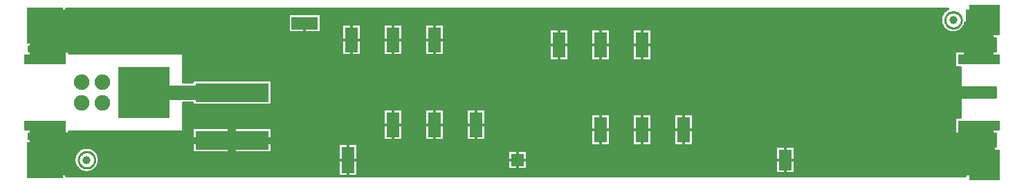
<source format=gbl>
*%FSLAX24Y24*%
*%MOIN*%
G01*
%ADD11C,0.0000*%
%ADD12C,0.0050*%
%ADD13C,0.0060*%
%ADD14C,0.0070*%
%ADD15C,0.0073*%
%ADD16C,0.0080*%
%ADD17C,0.0098*%
%ADD18C,0.0100*%
%ADD19C,0.0120*%
%ADD20C,0.0200*%
%ADD21C,0.0200*%
%ADD22C,0.0240*%
%ADD23C,0.0250*%
%ADD24C,0.0300*%
%ADD25C,0.0340*%
%ADD26C,0.0360*%
%ADD27C,0.0394*%
%ADD28C,0.0400*%
%ADD29C,0.0434*%
%ADD30C,0.0440*%
%ADD31C,0.0500*%
%ADD32C,0.0500*%
%ADD33C,0.0540*%
%ADD34C,0.0600*%
%ADD35C,0.0680*%
%ADD36C,0.0700*%
%ADD37C,0.0750*%
%ADD38C,0.0790*%
%ADD39C,0.0827*%
%ADD40C,0.1000*%
%ADD41C,0.1250*%
%ADD42C,0.1450*%
%ADD43C,0.2000*%
%ADD44C,0.2250*%
%ADD45R,0.0200X0.0200*%
%ADD46R,0.0200X0.0500*%
%ADD47R,0.0200X0.0650*%
%ADD48R,0.0200X0.0700*%
%ADD49R,0.0200X0.1600*%
%ADD50R,0.0280X0.0600*%
%ADD51R,0.0300X0.0300*%
%ADD52R,0.0300X0.0300*%
%ADD53R,0.0320X0.0560*%
%ADD54R,0.0320X0.0640*%
%ADD55R,0.0340X0.0340*%
%ADD56R,0.0360X0.0600*%
%ADD57R,0.0400X0.0400*%
%ADD58R,0.0400X0.0640*%
%ADD59R,0.0500X0.0400*%
%ADD60R,0.0500X0.0500*%
%ADD61R,0.0500X0.0500*%
%ADD62R,0.0500X0.1200*%
%ADD63R,0.0540X0.0440*%
%ADD64R,0.0540X0.0960*%
%ADD65R,0.0540X0.1140*%
%ADD66R,0.0550X0.0650*%
%ADD67R,0.0591X0.1260*%
%ADD68R,0.0600X0.0600*%
%ADD69R,0.0600X0.0600*%
%ADD70R,0.0600X0.1000*%
%ADD71R,0.0600X0.1200*%
%ADD72R,0.0600X0.1250*%
%ADD73R,0.0631X0.1300*%
%ADD74R,0.0640X0.0640*%
%ADD75R,0.0640X0.1040*%
%ADD76R,0.0640X0.1240*%
%ADD77R,0.0640X0.1290*%
%ADD78R,0.0700X0.0700*%
%ADD79R,0.0750X0.0400*%
%ADD80R,0.0800X0.0750*%
%ADD81R,0.0800X0.0800*%
%ADD82R,0.0800X0.1250*%
%ADD83R,0.0850X0.0500*%
%ADD84R,0.0890X0.0540*%
%ADD85R,0.0900X0.0900*%
%ADD86R,0.0940X0.0940*%
%ADD87R,0.1000X0.0500*%
%ADD88R,0.1000X0.1000*%
%ADD89R,0.1040X0.0540*%
%ADD90R,0.1200X0.0500*%
%ADD91R,0.1250X0.0600*%
%ADD92R,0.1290X0.0640*%
%ADD93R,0.1300X0.1300*%
%ADD94R,0.1400X0.1400*%
%ADD95R,0.1500X0.0500*%
%ADD96R,0.1500X0.1500*%
%ADD97R,0.1500X0.1500*%
%ADD98R,0.1540X0.0540*%
%ADD99R,0.1540X0.1540*%
%ADD100R,0.1700X0.1700*%
%ADD101R,0.1750X0.1750*%
%ADD102R,0.1790X0.1790*%
%ADD103R,0.1900X0.1900*%
%ADD104R,0.2400X0.1600*%
%ADD105R,0.2500X0.2500*%
%ADD106R,0.2500X0.2500*%
D17*
X28894Y26190D02*
X28892Y26157D01*
X28888Y26124D01*
X28881Y26092D01*
X28872Y26061D01*
X28860Y26030D01*
X28845Y26000D01*
X28828Y25972D01*
X28809Y25945D01*
X28787Y25920D01*
X28763Y25897D01*
X28738Y25876D01*
X28711Y25858D01*
X28682Y25841D01*
X28653Y25827D01*
X28622Y25816D01*
X28590Y25807D01*
X28558Y25801D01*
X28525Y25797D01*
X28492Y25796D01*
X28459Y25798D01*
X28426Y25803D01*
X28394Y25811D01*
X28363Y25821D01*
X28332Y25834D01*
X28303Y25849D01*
X28275Y25867D01*
X28249Y25887D01*
X28225Y25909D01*
X28202Y25933D01*
X28181Y25959D01*
X28163Y25986D01*
X28147Y26015D01*
X28134Y26045D01*
X28123Y26076D01*
X28115Y26108D01*
X28109Y26141D01*
X28107Y26174D01*
Y26206D01*
X28109Y26239D01*
X28115Y26272D01*
X28123Y26304D01*
X28134Y26335D01*
X28147Y26365D01*
X28163Y26394D01*
X28181Y26421D01*
X28202Y26447D01*
X28225Y26471D01*
X28249Y26493D01*
X28275Y26513D01*
X28303Y26531D01*
X28332Y26546D01*
X28363Y26559D01*
X28394Y26569D01*
X28426Y26577D01*
X28459Y26582D01*
X28492Y26584D01*
X28525Y26583D01*
X28558Y26579D01*
X28590Y26573D01*
X28622Y26564D01*
X28653Y26553D01*
X28682Y26539D01*
X28711Y26522D01*
X28738Y26504D01*
X28763Y26483D01*
X28787Y26460D01*
X28809Y26435D01*
X28828Y26408D01*
X28845Y26380D01*
X28860Y26350D01*
X28872Y26319D01*
X28881Y26288D01*
X28888Y26256D01*
X28892Y26223D01*
X28894Y26190D01*
X70644Y32940D02*
X70642Y32907D01*
X70638Y32874D01*
X70631Y32842D01*
X70622Y32811D01*
X70610Y32780D01*
X70595Y32750D01*
X70578Y32722D01*
X70559Y32695D01*
X70537Y32670D01*
X70513Y32647D01*
X70488Y32626D01*
X70461Y32608D01*
X70432Y32591D01*
X70403Y32577D01*
X70372Y32566D01*
X70340Y32557D01*
X70308Y32551D01*
X70275Y32547D01*
X70242Y32546D01*
X70209Y32548D01*
X70176Y32553D01*
X70144Y32561D01*
X70113Y32571D01*
X70082Y32584D01*
X70053Y32599D01*
X70025Y32617D01*
X69999Y32637D01*
X69975Y32659D01*
X69952Y32683D01*
X69931Y32709D01*
X69913Y32736D01*
X69897Y32765D01*
X69884Y32795D01*
X69873Y32826D01*
X69865Y32858D01*
X69859Y32891D01*
X69857Y32924D01*
Y32956D01*
X69859Y32989D01*
X69865Y33022D01*
X69873Y33054D01*
X69884Y33085D01*
X69897Y33115D01*
X69913Y33144D01*
X69931Y33171D01*
X69952Y33197D01*
X69975Y33221D01*
X69999Y33243D01*
X70025Y33263D01*
X70053Y33281D01*
X70082Y33296D01*
X70113Y33309D01*
X70144Y33319D01*
X70176Y33327D01*
X70209Y33332D01*
X70242Y33334D01*
X70275Y33333D01*
X70308Y33329D01*
X70340Y33323D01*
X70372Y33314D01*
X70403Y33303D01*
X70432Y33289D01*
X70461Y33272D01*
X70488Y33254D01*
X70513Y33233D01*
X70537Y33210D01*
X70559Y33185D01*
X70578Y33158D01*
X70595Y33130D01*
X70610Y33100D01*
X70622Y33069D01*
X70631Y33038D01*
X70638Y33006D01*
X70642Y32973D01*
X70644Y32940D01*
D19*
X25750Y31655D02*
Y31450D01*
Y27430D02*
Y27225D01*
X25850Y31450D02*
Y31655D01*
Y27430D02*
Y27225D01*
X25950Y31450D02*
Y31655D01*
Y27430D02*
Y27225D01*
X26050Y31450D02*
Y31655D01*
Y27430D02*
Y27225D01*
X26150Y31450D02*
Y31655D01*
Y27430D02*
Y27225D01*
X26250Y31450D02*
Y31655D01*
Y27430D02*
Y27225D01*
X26350Y31450D02*
Y31655D01*
Y27430D02*
Y27225D01*
X26450Y31450D02*
Y31655D01*
Y27430D02*
Y27225D01*
X26550Y31450D02*
Y31655D01*
Y27430D02*
Y27225D01*
X26650Y31450D02*
Y31655D01*
Y27430D02*
Y27225D01*
X26750Y31450D02*
Y31655D01*
Y27430D02*
Y27225D01*
X26850Y31450D02*
Y31655D01*
Y27430D02*
Y27225D01*
X26950Y31450D02*
Y31655D01*
Y27430D02*
Y27225D01*
X27050Y31450D02*
Y31655D01*
Y27430D02*
Y27225D01*
X27150Y31450D02*
Y31655D01*
Y27430D02*
Y27225D01*
X27250Y31450D02*
Y31655D01*
Y27430D02*
Y27225D01*
X27350Y31450D02*
Y31655D01*
Y27430D02*
Y27225D01*
X27450Y31450D02*
Y31655D01*
Y27430D02*
Y27225D01*
X27550Y31655D02*
Y33480D01*
Y31655D02*
Y31450D01*
Y27430D02*
Y27225D01*
Y25400D01*
X25710Y31450D02*
Y31655D01*
Y27430D02*
Y27225D01*
X27535D02*
Y25400D01*
Y31655D02*
Y33480D01*
X26000Y31450D02*
Y31040D01*
Y27840D02*
Y27430D01*
X26500Y31655D02*
Y32690D01*
Y27225D02*
Y26190D01*
X27650Y31655D02*
Y33480D01*
Y31655D02*
Y31450D01*
Y27430D02*
Y27225D01*
Y25400D01*
X27750Y31450D02*
Y33480D01*
Y27430D02*
Y25400D01*
X27850Y31350D02*
Y33480D01*
Y27530D02*
Y25400D01*
X27950Y31350D02*
Y33480D01*
Y27530D02*
Y26437D01*
Y25943D02*
Y25400D01*
X28050Y31350D02*
Y33480D01*
Y27530D02*
Y26591D01*
Y25789D02*
Y25400D01*
X28150Y31350D02*
Y33480D01*
Y27530D02*
Y26681D01*
Y25699D02*
Y25400D01*
X28250Y31350D02*
Y33480D01*
Y27530D02*
Y26739D01*
Y25641D02*
Y25400D01*
X28350Y31350D02*
Y33480D01*
Y27530D02*
Y26774D01*
Y25606D02*
Y25400D01*
X28450Y31350D02*
Y33480D01*
Y27530D02*
Y26791D01*
Y25589D02*
Y25400D01*
X28550Y31350D02*
Y33480D01*
Y27530D02*
Y26791D01*
Y25589D02*
Y25400D01*
X28650Y31350D02*
Y33480D01*
Y27530D02*
Y26774D01*
Y25606D02*
Y25400D01*
X28750Y31350D02*
Y33480D01*
Y27530D02*
Y26739D01*
Y25641D02*
Y25400D01*
X28850Y31350D02*
Y33480D01*
Y27530D02*
Y26681D01*
Y25699D02*
Y25400D01*
X28950Y31350D02*
Y33480D01*
Y27530D02*
Y26591D01*
Y25789D02*
Y25400D01*
X29050Y31350D02*
Y33480D01*
Y27530D02*
Y26437D01*
Y25943D02*
Y25400D01*
X29150Y31350D02*
Y33480D01*
Y27530D02*
Y25400D01*
X29250Y31350D02*
Y33480D01*
Y27530D02*
Y25400D01*
X29350Y31350D02*
Y33480D01*
Y27530D02*
Y25400D01*
X29450Y31350D02*
Y33480D01*
Y27530D02*
Y25400D01*
X29550Y31350D02*
Y33480D01*
Y27530D02*
Y25400D01*
X27660Y27430D02*
Y27530D01*
Y31350D02*
Y31450D01*
X29650Y31350D02*
Y33480D01*
Y27530D02*
Y25400D01*
X29750Y31350D02*
Y33480D01*
Y27530D02*
Y25400D01*
X29850Y31350D02*
Y33480D01*
Y27530D02*
Y25400D01*
X29950Y31350D02*
Y33480D01*
Y27530D02*
Y25400D01*
X30050Y31350D02*
Y33480D01*
Y27530D02*
Y25400D01*
X30150Y31350D02*
Y33480D01*
Y27530D02*
Y25400D01*
X30250Y31350D02*
Y33480D01*
Y27530D02*
Y25400D01*
X30350Y31350D02*
Y33480D01*
Y27530D02*
Y25400D01*
X30450Y31350D02*
Y33480D01*
Y27530D02*
Y25400D01*
X30550Y31350D02*
Y33480D01*
Y27530D02*
Y25400D01*
X30650Y31350D02*
Y33480D01*
Y27530D02*
Y25400D01*
X30750Y31350D02*
Y33480D01*
Y27530D02*
Y25400D01*
X30850Y31350D02*
Y33480D01*
Y27530D02*
Y25400D01*
X30950Y31350D02*
Y33480D01*
Y27530D02*
Y25400D01*
X31050Y31350D02*
Y33480D01*
Y27530D02*
Y25400D01*
X31150Y31350D02*
Y33480D01*
Y27530D02*
Y25400D01*
X31250Y31350D02*
Y33480D01*
Y27530D02*
Y25400D01*
X31350Y31350D02*
Y33480D01*
Y27530D02*
Y25400D01*
X31450Y31350D02*
Y33480D01*
Y27530D02*
Y25400D01*
X33160Y30680D02*
Y31100D01*
X31550Y31350D02*
Y33480D01*
Y27530D02*
Y25400D01*
X31650Y31350D02*
Y33480D01*
Y27530D02*
Y25400D01*
X31750Y31350D02*
Y33480D01*
Y27530D02*
Y25400D01*
X31850Y31350D02*
Y33480D01*
Y27530D02*
Y25400D01*
X31950Y31350D02*
Y33480D01*
Y27530D02*
Y25400D01*
X32050Y31350D02*
Y33480D01*
Y27530D02*
Y25400D01*
X32150Y31350D02*
Y33480D01*
Y27530D02*
Y25400D01*
X32250Y31350D02*
Y33480D01*
Y27530D02*
Y25400D01*
X32350Y31350D02*
Y33480D01*
Y27530D02*
Y25400D01*
X32450Y31350D02*
Y33480D01*
Y27530D02*
Y25400D01*
X32550Y31350D02*
Y33480D01*
Y27530D02*
Y25400D01*
X32650Y31350D02*
Y33480D01*
Y27530D02*
Y25400D01*
X32750Y31350D02*
Y33480D01*
Y27530D02*
Y25400D01*
X32850Y31350D02*
Y33480D01*
Y27530D02*
Y25400D01*
X32950Y31350D02*
Y33480D01*
Y27530D02*
Y25400D01*
X33050Y31350D02*
Y33480D01*
Y27530D02*
Y25400D01*
X33150Y31350D02*
Y33480D01*
Y27530D02*
Y25400D01*
X33250Y31350D02*
Y33480D01*
Y31350D02*
Y31100D01*
Y30680D01*
Y29950D01*
Y28930D02*
Y27530D01*
Y25400D01*
X33350Y29950D02*
Y33480D01*
Y28930D02*
Y25400D01*
X33450Y30050D02*
Y33480D01*
Y28830D02*
Y27750D01*
Y26530D01*
Y25400D01*
X33160Y27530D02*
Y28930D01*
Y29950D02*
Y30680D01*
Y31100D02*
Y31350D01*
Y30680D02*
Y30620D01*
X33550Y30050D02*
Y33480D01*
Y28830D02*
Y27750D01*
Y26530D01*
Y25400D01*
X33650Y30050D02*
Y33480D01*
Y28830D02*
Y27750D01*
Y26530D02*
Y25400D01*
X33750Y30050D02*
Y33480D01*
Y28830D02*
Y27750D01*
Y26530D02*
Y25400D01*
X33850Y30050D02*
Y33480D01*
Y28830D02*
Y27750D01*
Y26530D02*
Y25400D01*
X33950Y30050D02*
Y33480D01*
Y28830D02*
Y27750D01*
Y26530D02*
Y25400D01*
X34050Y30050D02*
Y33480D01*
Y28830D02*
Y27750D01*
Y26530D02*
Y25400D01*
X34150Y30050D02*
Y33480D01*
Y28830D02*
Y27750D01*
Y26530D02*
Y25400D01*
X34250Y30050D02*
Y33480D01*
Y28830D02*
Y27750D01*
Y26530D02*
Y25400D01*
X34350Y30050D02*
Y33480D01*
Y28830D02*
Y27750D01*
Y26530D02*
Y25400D01*
X34450Y30050D02*
Y33480D01*
Y28830D02*
Y27750D01*
Y26530D02*
Y25400D01*
X34550Y30050D02*
Y33480D01*
Y28830D02*
Y27750D01*
Y26530D02*
Y25400D01*
X34650Y30050D02*
Y33480D01*
Y28830D02*
Y27750D01*
Y26530D02*
Y25400D01*
X34750Y30050D02*
Y33480D01*
Y28830D02*
Y27750D01*
Y26530D02*
Y25400D01*
X34850Y30050D02*
Y33480D01*
Y28830D02*
Y27750D01*
Y26530D02*
Y25400D01*
X34950Y30050D02*
Y33480D01*
Y28830D02*
Y27750D01*
Y26530D02*
Y25400D01*
X35050Y30050D02*
Y33480D01*
Y28830D02*
Y27750D01*
Y26530D02*
Y25400D01*
X35150Y30050D02*
Y33480D01*
Y28830D02*
Y27750D01*
Y26530D02*
Y25400D01*
X35250Y30050D02*
Y33480D01*
Y28830D02*
Y27750D01*
Y26530D02*
Y25400D01*
X35350Y30050D02*
Y33480D01*
Y28830D02*
Y27750D01*
Y26530D02*
Y25400D01*
X35450Y30050D02*
Y33480D01*
Y28830D02*
Y27750D01*
Y26530D02*
Y25400D01*
X33590Y29950D02*
Y30050D01*
Y28930D02*
Y28830D01*
Y27750D02*
Y26530D01*
X35550Y30050D02*
Y33480D01*
Y28830D02*
Y27750D01*
Y26530D02*
Y25400D01*
X35650Y30050D02*
Y33480D01*
Y28830D02*
Y27750D01*
Y26530D02*
Y25400D01*
X35750Y30050D02*
Y33480D01*
Y28830D02*
Y27750D01*
Y26530D02*
Y25400D01*
X35850Y30050D02*
Y33480D01*
Y28830D02*
Y27750D01*
Y26530D02*
Y25400D01*
X35950Y30050D02*
Y33480D01*
Y28830D02*
Y27750D01*
Y26530D02*
Y25400D01*
X36050Y30050D02*
Y33480D01*
Y28830D02*
Y27750D01*
Y26530D02*
Y25400D01*
X36150Y30050D02*
Y33480D01*
Y28830D02*
Y27750D01*
Y26530D02*
Y25400D01*
X36250Y30050D02*
Y33480D01*
Y28830D02*
Y27750D01*
Y26530D02*
Y25400D01*
X36350Y30050D02*
Y33480D01*
Y28830D02*
Y27750D01*
Y26530D02*
Y25400D01*
X36450Y30050D02*
Y33480D01*
Y28830D02*
Y27750D01*
Y26530D02*
Y25400D01*
X36550Y30050D02*
Y33480D01*
Y28830D02*
Y27750D01*
Y26530D02*
Y25400D01*
X36650Y30050D02*
Y33480D01*
Y28830D02*
Y27750D01*
Y26530D02*
Y25400D01*
X36750Y30050D02*
Y33480D01*
Y28830D02*
Y27750D01*
Y26530D02*
Y25400D01*
X36850Y30050D02*
Y33480D01*
Y28830D02*
Y27750D01*
Y26530D02*
Y25400D01*
X36950Y30050D02*
Y33480D01*
Y28830D02*
Y27750D01*
Y26530D02*
Y25400D01*
X37050Y30050D02*
Y33480D01*
Y28830D02*
Y27750D01*
Y26530D02*
Y25400D01*
X37150Y30050D02*
Y33480D01*
Y28830D02*
Y27750D01*
Y26530D02*
Y25400D01*
X37250Y30050D02*
Y33480D01*
Y28830D02*
Y27750D01*
Y26530D02*
Y25400D01*
X37350Y30050D02*
Y33480D01*
Y28830D02*
Y27750D01*
Y26530D02*
Y25400D01*
X37410Y28830D02*
Y30050D01*
Y27750D02*
Y26530D01*
X37450Y30050D02*
Y33480D01*
Y30050D02*
Y28830D01*
Y27750D01*
Y26530D01*
Y25400D01*
X37550Y30050D02*
Y33480D01*
Y30050D02*
Y28830D01*
Y27750D01*
Y26530D01*
Y25400D01*
X37650D02*
Y33480D01*
X37750D02*
Y25400D01*
X37850D02*
Y33480D01*
X37950D02*
Y25400D01*
X38050Y33250D02*
Y33480D01*
Y33250D02*
Y32330D01*
Y25400D01*
X38150Y33250D02*
Y33480D01*
Y33250D02*
Y32330D01*
Y25400D01*
X38250Y33250D02*
Y33480D01*
Y32330D02*
Y25400D01*
X38350Y33250D02*
Y33480D01*
Y32330D02*
Y25400D01*
X38450Y33250D02*
Y33480D01*
Y32330D02*
Y25400D01*
X38550Y33250D02*
Y33480D01*
Y32330D02*
Y25400D01*
X38650Y33250D02*
Y33480D01*
Y32330D02*
Y25400D01*
X38750Y33250D02*
Y33480D01*
Y32330D02*
Y25400D01*
X38850Y33250D02*
Y33480D01*
Y32330D02*
Y25400D01*
X38950Y33250D02*
Y33480D01*
Y32330D02*
Y25400D01*
X39050Y33250D02*
Y33480D01*
Y32330D02*
Y25400D01*
X39150Y33250D02*
Y33480D01*
Y32330D02*
Y25400D01*
X39250Y33250D02*
Y33480D01*
Y32330D02*
Y25400D01*
X39350Y33250D02*
Y33480D01*
Y32330D02*
Y25400D01*
X38215Y32330D02*
Y33250D01*
X39000Y32790D02*
Y32005D01*
X39450Y33250D02*
Y33480D01*
Y32330D02*
Y25400D01*
X39550Y33250D02*
Y33480D01*
Y32330D02*
Y25400D01*
X39650Y33250D02*
Y33480D01*
Y32330D02*
Y25400D01*
X39750Y33250D02*
Y33480D01*
Y32330D02*
Y25400D01*
X39850Y33250D02*
Y33480D01*
Y33250D02*
Y32330D01*
Y25400D01*
X39950Y33250D02*
Y33480D01*
Y33250D02*
Y32330D01*
Y25400D01*
X40050D02*
Y33480D01*
X40150D02*
Y25400D01*
X40250D02*
Y33480D01*
X40350D02*
Y25400D01*
X40450D02*
Y33480D01*
X40550D02*
Y26975D01*
Y25405D01*
X40650Y32750D02*
Y33480D01*
Y32750D02*
Y31230D01*
Y26975D01*
X40750Y32750D02*
Y33480D01*
Y32750D02*
Y31230D01*
Y26975D01*
X40850Y32750D02*
Y33480D01*
Y31230D02*
Y26975D01*
X40950Y32750D02*
Y33480D01*
Y31230D02*
Y26975D01*
X41050Y32750D02*
Y33480D01*
Y31230D02*
Y26975D01*
X41150Y32750D02*
Y33480D01*
Y31230D02*
Y26975D01*
X41250Y32750D02*
Y33480D01*
Y31230D02*
Y26975D01*
X40790Y31230D02*
Y32750D01*
X40640Y26975D02*
Y25405D01*
Y25400D01*
X39785Y32330D02*
Y33250D01*
X41100Y26190D02*
Y25405D01*
Y26190D02*
Y26975D01*
X41250Y31230D02*
Y31990D01*
Y32750D01*
X41350D02*
Y33480D01*
Y31230D02*
Y26975D01*
X41450Y32750D02*
Y33480D01*
Y31230D02*
Y26975D01*
X41550Y32750D02*
Y33480D01*
Y31230D02*
Y26975D01*
X41650Y32750D02*
Y33480D01*
Y31230D02*
Y26975D01*
Y25405D01*
X41750Y32750D02*
Y33480D01*
Y32750D02*
Y31230D01*
Y25400D01*
X41850Y32750D02*
Y33480D01*
Y32750D02*
Y31230D01*
Y25400D01*
X41950D02*
Y33480D01*
X42050D02*
Y25400D01*
X42150D02*
Y33480D01*
X42250D02*
Y25400D01*
X42350D02*
Y33480D01*
X42450D02*
Y25400D01*
X42550D02*
Y33480D01*
X42650D02*
Y32750D01*
Y31230D01*
Y28650D01*
Y27130D01*
Y25400D01*
X42750Y32750D02*
Y33480D01*
Y32750D02*
Y31230D01*
Y28650D01*
Y27130D01*
Y25400D01*
X42850Y32750D02*
Y33480D01*
Y31230D02*
Y28650D01*
Y27130D02*
Y25400D01*
X42950Y32750D02*
Y33480D01*
Y31230D02*
Y28650D01*
Y27130D02*
Y25400D01*
X43050Y32750D02*
Y33480D01*
Y31230D02*
Y28650D01*
Y27130D02*
Y25400D01*
X43150Y32750D02*
Y33480D01*
Y31230D02*
Y28650D01*
Y27130D02*
Y25400D01*
X43250Y32750D02*
Y33480D01*
Y31230D02*
Y28650D01*
Y27130D02*
Y25400D01*
X41710Y31230D02*
Y32750D01*
X42790Y28650D02*
Y27130D01*
Y31230D02*
Y32750D01*
X41560Y26975D02*
Y25405D01*
Y25400D01*
X43250Y31230D02*
Y31990D01*
Y32750D01*
Y27890D02*
Y27130D01*
Y27890D02*
Y28650D01*
X43350Y32750D02*
Y33480D01*
Y31230D02*
Y28650D01*
Y27130D02*
Y25400D01*
X43450Y32750D02*
Y33480D01*
Y31230D02*
Y28650D01*
Y27130D02*
Y25400D01*
X43550Y32750D02*
Y33480D01*
Y31230D02*
Y28650D01*
Y27130D02*
Y25400D01*
X43650Y32750D02*
Y33480D01*
Y31230D02*
Y28650D01*
Y27130D02*
Y25400D01*
X43750Y32750D02*
Y33480D01*
Y32750D02*
Y31230D01*
Y28650D01*
Y27130D01*
Y25400D01*
X43850Y32750D02*
Y33480D01*
Y32750D02*
Y31230D01*
Y28650D01*
Y27130D01*
Y25400D01*
X43950D02*
Y33480D01*
X44050D02*
Y25400D01*
X44150D02*
Y33480D01*
X44250D02*
Y25400D01*
X44350D02*
Y33480D01*
X44450D02*
Y25400D01*
X44550D02*
Y33480D01*
X44650D02*
Y32750D01*
Y31230D01*
Y28650D01*
Y27130D01*
Y25400D01*
X44750Y32750D02*
Y33480D01*
Y32750D02*
Y31230D01*
Y28650D01*
Y27130D01*
Y25400D01*
X44850Y32750D02*
Y33480D01*
Y31230D02*
Y28650D01*
Y27130D02*
Y25400D01*
X44950Y32750D02*
Y33480D01*
Y31230D02*
Y28650D01*
Y27130D02*
Y25400D01*
X45050Y32750D02*
Y33480D01*
Y31230D02*
Y28650D01*
Y27130D02*
Y25400D01*
X45150Y32750D02*
Y33480D01*
Y31230D02*
Y28650D01*
Y27130D02*
Y25400D01*
X43710Y27130D02*
Y28650D01*
X44790D02*
Y27130D01*
Y31230D02*
Y32750D01*
X43710D02*
Y31230D01*
X45250Y32750D02*
Y33480D01*
Y31230D02*
Y28650D01*
Y27130D02*
Y25400D01*
X45350Y32750D02*
Y33480D01*
Y31230D02*
Y28650D01*
Y27130D02*
Y25400D01*
X45450Y32750D02*
Y33480D01*
Y31230D02*
Y28650D01*
Y27130D02*
Y25400D01*
X45550Y32750D02*
Y33480D01*
Y31230D02*
Y28650D01*
Y27130D02*
Y25400D01*
X45650Y32750D02*
Y33480D01*
Y31230D02*
Y28650D01*
Y27130D02*
Y25400D01*
X45750Y32750D02*
Y33480D01*
Y32750D02*
Y31230D01*
Y28650D01*
Y27130D01*
Y25400D01*
X45850Y32750D02*
Y33480D01*
Y32750D02*
Y31230D01*
Y28650D01*
Y27130D01*
Y25400D01*
X45950D02*
Y33480D01*
X46050D02*
Y25400D01*
X46150D02*
Y33480D01*
X46250D02*
Y25400D01*
X46350D02*
Y33480D01*
X46450D02*
Y25400D01*
X46550D02*
Y33480D01*
X46650D02*
Y28650D01*
Y27130D01*
Y25400D01*
X46750Y28650D02*
Y33480D01*
Y28650D02*
Y27130D01*
Y25400D01*
X46850Y28650D02*
Y33480D01*
Y27130D02*
Y25400D01*
X46950Y28650D02*
Y33480D01*
Y27130D02*
Y25400D01*
X47050Y28650D02*
Y33480D01*
Y27130D02*
Y25400D01*
X47150Y28650D02*
Y33480D01*
Y27130D02*
Y25400D01*
X45710Y27130D02*
Y28650D01*
X46790D02*
Y27130D01*
X45710Y31230D02*
Y32750D01*
X45250Y31990D02*
Y31230D01*
Y31990D02*
Y32750D01*
Y27890D02*
Y27130D01*
Y27890D02*
Y28650D01*
X47250D02*
Y33480D01*
Y27130D02*
Y25400D01*
X47350Y28650D02*
Y33480D01*
Y27130D02*
Y25400D01*
X47450Y28650D02*
Y33480D01*
Y27130D02*
Y25400D01*
X47550Y28650D02*
Y33480D01*
Y27130D02*
Y25400D01*
X47650Y28650D02*
Y33480D01*
Y27130D02*
Y25400D01*
X47750Y28650D02*
Y33480D01*
Y28650D02*
Y27130D01*
Y25400D01*
X47850Y28650D02*
Y33480D01*
Y28650D02*
Y27130D01*
Y25400D01*
X47950D02*
Y33480D01*
X48050D02*
Y25400D01*
X48150D02*
Y33480D01*
X48250D02*
Y25400D01*
X48350D02*
Y33480D01*
X48450D02*
Y25400D01*
X48550D02*
Y33480D01*
X48650D02*
Y26650D01*
Y25730D01*
Y25400D01*
X48750Y26650D02*
Y33480D01*
Y26650D02*
Y25730D01*
Y25400D01*
X48850Y26650D02*
Y33480D01*
Y25730D02*
Y25400D01*
X48950Y26650D02*
Y33480D01*
Y25730D02*
Y25400D01*
X49050Y26650D02*
Y33480D01*
Y25730D02*
Y25400D01*
X49150Y26650D02*
Y33480D01*
Y25730D02*
Y25400D01*
X48790Y25730D02*
Y26650D01*
X47710Y27130D02*
Y28650D01*
X47250Y27890D02*
Y27130D01*
Y27890D02*
Y28650D01*
X49250Y26650D02*
Y33480D01*
Y25730D02*
Y25400D01*
X49350Y26650D02*
Y33480D01*
Y25730D02*
Y25400D01*
X49450Y26650D02*
Y33480D01*
Y25730D02*
Y25400D01*
X49550Y26650D02*
Y33480D01*
Y25730D02*
Y25400D01*
X49650Y26650D02*
Y33480D01*
Y25730D02*
Y25400D01*
X49750Y26650D02*
Y33480D01*
Y26650D02*
Y25730D01*
Y25400D01*
X49850Y26650D02*
Y33480D01*
Y26650D02*
Y25730D01*
Y25400D01*
X49950D02*
Y33480D01*
X50050D02*
Y25400D01*
X50150D02*
Y33480D01*
X50250D02*
Y25400D01*
X50350D02*
Y33480D01*
X50450D02*
Y25400D01*
X50550D02*
Y33480D01*
X50650D02*
Y32500D01*
Y30980D01*
Y25400D01*
X50750Y32500D02*
Y33480D01*
Y32500D02*
Y30980D01*
Y25400D01*
X50850Y32500D02*
Y33480D01*
Y30980D02*
Y25400D01*
X50950Y32500D02*
Y33480D01*
Y30980D02*
Y25400D01*
X51050Y32500D02*
Y33480D01*
Y30980D02*
Y25400D01*
X50790Y30980D02*
Y32500D01*
X49710Y26650D02*
Y25730D01*
X49250D02*
Y26190D01*
Y26650D01*
X51150Y32500D02*
Y33480D01*
Y30980D02*
Y25400D01*
X51250Y32500D02*
Y33480D01*
Y30980D02*
Y25400D01*
X51350Y32500D02*
Y33480D01*
Y30980D02*
Y25400D01*
X51450Y32500D02*
Y33480D01*
Y30980D02*
Y25400D01*
X51550Y32500D02*
Y33480D01*
Y30980D02*
Y25400D01*
X51650Y32500D02*
Y33480D01*
Y30980D02*
Y25400D01*
X51750Y32500D02*
Y33480D01*
Y32500D02*
Y30980D01*
Y25400D01*
X51850Y32500D02*
Y33480D01*
Y32500D02*
Y30980D01*
Y25400D01*
X51950D02*
Y33480D01*
X52050D02*
Y25400D01*
X52150D02*
Y33480D01*
X52250D02*
Y25400D01*
X52350D02*
Y33480D01*
X52450D02*
Y25400D01*
X52550D02*
Y33480D01*
X52650D02*
Y32500D01*
Y30980D01*
Y28400D01*
Y26880D01*
Y25400D01*
X52750Y32500D02*
Y33480D01*
Y32500D02*
Y30980D01*
Y28400D01*
Y26880D01*
Y25400D01*
X52850Y32500D02*
Y33480D01*
Y30980D02*
Y28400D01*
Y26880D02*
Y25400D01*
X52950Y32500D02*
Y33480D01*
Y30980D02*
Y28400D01*
Y26880D02*
Y25400D01*
X53050Y32500D02*
Y33480D01*
Y30980D02*
Y28400D01*
Y26880D02*
Y25400D01*
X52790Y30980D02*
Y32500D01*
Y28400D02*
Y26880D01*
X51710Y30980D02*
Y32500D01*
X51250Y31740D02*
Y30980D01*
Y31740D02*
Y32500D01*
X53150D02*
Y33480D01*
Y30980D02*
Y28400D01*
Y26880D02*
Y25400D01*
X53250Y32500D02*
Y33480D01*
Y30980D02*
Y28400D01*
Y26880D02*
Y25400D01*
X53350Y32500D02*
Y33480D01*
Y30980D02*
Y28400D01*
Y26880D02*
Y25400D01*
X53450Y32500D02*
Y33480D01*
Y30980D02*
Y28400D01*
Y26880D02*
Y25400D01*
X53550Y32500D02*
Y33480D01*
Y30980D02*
Y28400D01*
Y26880D02*
Y25400D01*
X53650Y32500D02*
Y33480D01*
Y30980D02*
Y28400D01*
Y26880D02*
Y25400D01*
X53750Y32500D02*
Y33480D01*
Y32500D02*
Y30980D01*
Y28400D01*
Y26880D01*
Y25400D01*
X53850Y32500D02*
Y33480D01*
Y32500D02*
Y30980D01*
Y28400D01*
Y26880D01*
Y25400D01*
X53950D02*
Y33480D01*
X54050D02*
Y25400D01*
X54150D02*
Y33480D01*
X54250D02*
Y25400D01*
X54350D02*
Y33480D01*
X54450D02*
Y25400D01*
X54550D02*
Y33480D01*
X54650D02*
Y32500D01*
Y30980D01*
Y28400D01*
Y26880D01*
Y25400D01*
X54750Y32500D02*
Y33480D01*
Y32500D02*
Y30980D01*
Y28400D01*
Y26880D01*
Y25400D01*
X54850Y32500D02*
Y33480D01*
Y30980D02*
Y28400D01*
Y26880D02*
Y25400D01*
X54950Y32500D02*
Y33480D01*
Y30980D02*
Y28400D01*
Y26880D02*
Y25400D01*
X53710Y30980D02*
Y32500D01*
X54790D02*
Y30980D01*
Y28400D02*
Y26880D01*
X53710D02*
Y28400D01*
X53250Y27640D02*
Y26880D01*
Y27640D02*
Y28400D01*
Y30980D02*
Y31740D01*
Y32500D01*
X55050D02*
Y33480D01*
Y30980D02*
Y28400D01*
Y26880D02*
Y25400D01*
X55150Y32500D02*
Y33480D01*
Y30980D02*
Y28400D01*
Y26880D02*
Y25400D01*
X55250Y32500D02*
Y33480D01*
Y30980D02*
Y28400D01*
Y26880D02*
Y25400D01*
X55350Y32500D02*
Y33480D01*
Y30980D02*
Y28400D01*
Y26880D02*
Y25400D01*
X55450Y32500D02*
Y33480D01*
Y30980D02*
Y28400D01*
Y26880D02*
Y25400D01*
X55550Y32500D02*
Y33480D01*
Y30980D02*
Y28400D01*
Y26880D02*
Y25400D01*
X55650Y32500D02*
Y33480D01*
Y30980D02*
Y28400D01*
Y26880D02*
Y25400D01*
X55750Y32500D02*
Y33480D01*
Y32500D02*
Y30980D01*
Y28400D01*
Y26880D01*
Y25400D01*
X55850Y32500D02*
Y33480D01*
Y32500D02*
Y30980D01*
Y28400D01*
Y26880D01*
Y25400D01*
X55950D02*
Y33480D01*
X56050D02*
Y25400D01*
X56150D02*
Y33480D01*
X56250D02*
Y25400D01*
X56350D02*
Y33480D01*
X56450D02*
Y25400D01*
X56550D02*
Y33480D01*
X56650D02*
Y28400D01*
Y26880D01*
Y25400D01*
X56750Y28400D02*
Y33480D01*
Y28400D02*
Y26880D01*
Y25400D01*
X56850Y28400D02*
Y33480D01*
Y26880D02*
Y25400D01*
X56950Y28400D02*
Y33480D01*
Y26880D02*
Y25400D01*
X55710Y30980D02*
Y32500D01*
X56790Y28400D02*
Y26880D01*
X55710D02*
Y28400D01*
X55250Y27640D02*
Y26880D01*
Y27640D02*
Y28400D01*
Y30980D02*
Y31740D01*
Y32500D01*
X57050Y33480D02*
Y28400D01*
Y26880D02*
Y25400D01*
X57150Y28400D02*
Y33480D01*
Y26880D02*
Y25400D01*
X57250Y28400D02*
Y33480D01*
Y26880D02*
Y25400D01*
X57350Y28400D02*
Y33480D01*
Y26880D02*
Y25400D01*
X57450Y28400D02*
Y33480D01*
Y26880D02*
Y25400D01*
X57550Y28400D02*
Y33480D01*
Y26880D02*
Y25400D01*
X57650Y28400D02*
Y33480D01*
Y26880D02*
Y25400D01*
X57750Y28400D02*
Y33480D01*
Y28400D02*
Y26880D01*
Y25400D01*
X57850Y28400D02*
Y33480D01*
Y28400D02*
Y26880D01*
Y25400D01*
X57950D02*
Y33480D01*
X58050D02*
Y25400D01*
X58150D02*
Y33480D01*
X58250D02*
Y25400D01*
X58350D02*
Y33480D01*
X58450D02*
Y25400D01*
X58550D02*
Y33480D01*
X58650D02*
Y25400D01*
X58750D02*
Y33480D01*
X58850D02*
Y25400D01*
X57710Y26880D02*
Y28400D01*
X57250Y27640D02*
Y26880D01*
Y27640D02*
Y28400D01*
X58950Y25400D02*
Y33480D01*
X59050D02*
Y25400D01*
X59150D02*
Y33480D01*
X59250D02*
Y25400D01*
X59350D02*
Y33480D01*
X59450D02*
Y31754D01*
Y31326D02*
Y25400D01*
X59550Y31865D02*
Y33480D01*
Y31215D02*
Y25400D01*
X59650Y31922D02*
Y33480D01*
Y31158D02*
Y25400D01*
X59750Y31947D02*
Y33480D01*
Y31133D02*
Y25400D01*
X59850Y31947D02*
Y33480D01*
Y31133D02*
Y25400D01*
X59950Y31922D02*
Y33480D01*
Y30857D02*
Y30673D01*
Y30307D02*
Y25400D01*
X60050Y31865D02*
Y33480D01*
Y30219D02*
Y25400D01*
X60150Y31754D02*
Y33480D01*
Y30184D02*
Y25400D01*
X60250Y31783D02*
Y33480D01*
Y30184D02*
Y25400D01*
X60350Y31800D02*
Y33480D01*
Y30219D02*
Y25400D01*
X60450Y31783D02*
Y33480D01*
Y30857D02*
Y30673D01*
Y30307D02*
Y25400D01*
X60550Y31727D02*
Y33480D01*
Y31253D02*
Y25400D01*
X60650Y31568D02*
Y33480D01*
Y31412D02*
Y25400D01*
X60750D02*
Y33480D01*
X60850D02*
Y31568D01*
Y31412D02*
Y25400D01*
X60950Y31727D02*
Y33480D01*
Y31253D02*
Y25400D01*
X61050Y31783D02*
Y33480D01*
Y30857D02*
Y30673D01*
Y30307D02*
Y25400D01*
X61150Y31800D02*
Y33480D01*
Y30219D02*
Y25400D01*
X61250Y31783D02*
Y33480D01*
Y30184D02*
Y25400D01*
X61350Y31754D02*
Y33480D01*
Y30184D02*
Y25400D01*
X61450Y31865D02*
Y33480D01*
Y30219D02*
Y25400D01*
X61550Y31922D02*
Y33480D01*
Y30857D02*
Y30673D01*
Y30307D02*
Y26850D01*
Y25530D01*
Y25400D01*
X61650Y31947D02*
Y33480D01*
Y31133D02*
Y26850D01*
Y25530D01*
Y25400D01*
X61750Y31947D02*
Y33480D01*
Y31133D02*
Y26850D01*
Y25530D02*
Y25400D01*
X61850Y31922D02*
Y33480D01*
Y31158D02*
Y26850D01*
Y25530D02*
Y25400D01*
X61950Y31865D02*
Y33480D01*
Y31215D02*
Y26850D01*
Y25530D02*
Y25400D01*
X62050Y31754D02*
Y33480D01*
Y31326D02*
Y26850D01*
Y25530D02*
Y25400D01*
X62150Y26850D02*
Y33480D01*
Y25530D02*
Y25400D01*
X62250Y26850D02*
Y33480D01*
Y25530D02*
Y25400D01*
X62350Y26850D02*
Y33480D01*
Y25530D02*
Y25400D01*
X62450Y26850D02*
Y33480D01*
Y25530D02*
Y25400D01*
X62550Y26850D02*
Y33480D01*
Y25530D02*
Y25400D01*
X62650Y26850D02*
Y33480D01*
Y26850D02*
Y25530D01*
Y25400D01*
X62750Y26850D02*
Y33480D01*
Y26850D02*
Y25530D01*
Y25400D01*
X62850D02*
Y33480D01*
X62610Y26850D02*
Y25530D01*
X61690D02*
Y26850D01*
X62150Y26190D02*
Y25530D01*
Y26190D02*
Y26850D01*
X62950Y25400D02*
Y33480D01*
X63050D02*
Y25400D01*
X63150D02*
Y33480D01*
X63250D02*
Y25400D01*
X63350D02*
Y33480D01*
X63450D02*
Y25400D01*
X63550D02*
Y33480D01*
X63650D02*
Y25400D01*
X63750D02*
Y33480D01*
X63850D02*
Y25400D01*
X63950D02*
Y33480D01*
X64050D02*
Y25400D01*
X64150D02*
Y33480D01*
X64250D02*
Y25400D01*
X64350D02*
Y33480D01*
X64450D02*
Y25400D01*
X64550D02*
Y33480D01*
X64650D02*
Y25400D01*
X64750D02*
Y33480D01*
X64850D02*
Y25400D01*
X64950D02*
Y33480D01*
X65050D02*
Y25400D01*
X65150D02*
Y33480D01*
X65250D02*
Y25400D01*
X65350D02*
Y33480D01*
X65450D02*
Y25400D01*
X65550D02*
Y33480D01*
X65650D02*
Y25400D01*
X65750D02*
Y33480D01*
X65850D02*
Y25400D01*
X65950D02*
Y33480D01*
X66050D02*
Y25400D01*
X66150D02*
Y33480D01*
X66250D02*
Y25400D01*
X66350D02*
Y33480D01*
X66450D02*
Y25400D01*
X66550D02*
Y33480D01*
X66650D02*
Y25400D01*
X66750D02*
Y33480D01*
X66850D02*
Y25400D01*
X66950D02*
Y33480D01*
X67050D02*
Y25400D01*
X67150D02*
Y33480D01*
X67250D02*
Y25400D01*
X67350D02*
Y33480D01*
X67450D02*
Y25400D01*
X67550D02*
Y33480D01*
X67650D02*
Y25400D01*
X67750D02*
Y33480D01*
X67850D02*
Y25400D01*
X67950D02*
Y33480D01*
X68050D02*
Y25400D01*
X68150D02*
Y33480D01*
X68250D02*
Y25400D01*
X68350D02*
Y33480D01*
X68450D02*
Y25400D01*
X68550D02*
Y33480D01*
X68650D02*
Y25400D01*
X68750D02*
Y33480D01*
X68850D02*
Y25400D01*
X68950D02*
Y33480D01*
X69050D02*
Y25400D01*
X69150D02*
Y33480D01*
X69250D02*
Y25400D01*
X69350D02*
Y33480D01*
X69450D02*
Y25400D01*
X69550D02*
Y33480D01*
X69650D02*
Y32999D01*
Y32881D02*
Y25400D01*
X69750Y33277D02*
Y33480D01*
Y32603D02*
Y25400D01*
X69850D02*
Y32489D01*
X69950Y32417D02*
Y25400D01*
X70050D02*
Y32371D01*
X70150Y32345D02*
Y25400D01*
X70250Y31450D02*
Y32337D01*
Y31450D02*
Y30630D01*
Y28250D01*
Y27430D01*
Y25400D01*
X70350Y31450D02*
Y32345D01*
Y30630D02*
Y28250D01*
Y27430D02*
Y25400D01*
X70450Y31450D02*
Y32371D01*
Y30630D02*
Y29680D01*
Y29200D01*
Y28250D01*
Y27430D02*
Y25400D01*
X70550Y31450D02*
Y32417D01*
Y30630D02*
Y29680D01*
Y29200D01*
Y28250D01*
Y27430D02*
Y25400D01*
X70650Y31450D02*
Y32489D01*
Y29680D02*
Y29200D01*
Y27430D02*
Y25400D01*
X70590Y29680D02*
Y30630D01*
Y29200D02*
Y28250D01*
X70340Y30630D02*
Y31450D01*
Y28250D02*
Y27430D01*
X70750Y32030D02*
Y32603D01*
Y32030D02*
Y31450D01*
Y29680D02*
Y29200D01*
Y27430D02*
Y26850D01*
Y25400D01*
X70850Y31450D02*
Y32030D01*
Y29680D02*
Y29200D01*
Y27430D02*
Y26850D01*
X70950Y31450D02*
Y32030D01*
Y29680D02*
Y29200D01*
Y27430D02*
Y26850D01*
X71050Y31450D02*
Y32030D01*
Y29680D02*
Y29200D01*
Y27430D02*
Y26850D01*
X71150Y31450D02*
Y32030D01*
Y29680D02*
Y29200D01*
Y27430D02*
Y26850D01*
X71250Y31450D02*
Y32030D01*
Y29680D02*
Y29200D01*
Y27430D02*
Y26850D01*
X71350Y31450D02*
Y32030D01*
Y29680D02*
Y29200D01*
Y27430D02*
Y26850D01*
X71450Y31450D02*
Y32030D01*
Y29680D02*
Y29200D01*
Y27430D02*
Y26850D01*
X71550Y31450D02*
Y32030D01*
Y29680D02*
Y29200D01*
Y27430D02*
Y26850D01*
X71650Y31450D02*
Y32030D01*
Y29680D02*
Y29200D01*
Y27430D02*
Y26850D01*
X71750Y31450D02*
Y32030D01*
Y29680D02*
Y29200D01*
Y27430D02*
Y26850D01*
X71850Y31450D02*
Y32030D01*
Y29680D02*
Y29200D01*
Y27430D02*
Y26850D01*
X71950Y31450D02*
Y32030D01*
Y29680D02*
Y29200D01*
Y27430D02*
Y26850D01*
X72050Y31450D02*
Y32030D01*
Y29680D02*
Y29200D01*
Y27430D02*
Y26850D01*
X72150Y31450D02*
Y32030D01*
Y29680D02*
Y29200D01*
Y27430D02*
Y26850D01*
X72250Y31450D02*
Y32030D01*
Y29680D02*
Y29200D01*
Y27430D02*
Y26850D01*
X72290Y31450D02*
Y32030D01*
Y29680D02*
Y29200D01*
Y27430D02*
Y26850D01*
X70840D02*
Y25400D01*
Y32030D02*
Y32816D01*
X71750Y32940D02*
Y32030D01*
Y26850D02*
Y25940D01*
X72000Y27430D02*
Y27840D01*
Y31040D02*
Y31450D01*
X72290Y26990D02*
X70840D01*
X62610D01*
X61690D01*
X57710D01*
X56790D02*
X55710D01*
X54790D02*
X53710D01*
X52790D02*
X47710D01*
X46790D01*
X45710D01*
X44790D01*
X43710D01*
X42790D01*
X41560D01*
X40640D01*
X37410D01*
X33590D02*
X27535D01*
X70840Y26890D02*
X72290D01*
X70840D02*
X62610D01*
X61690D01*
X57710D01*
X56790D02*
X55710D01*
X54790D02*
X53710D01*
X52790D02*
X41560D01*
X40640D02*
X37410D01*
X33590D02*
X27535D01*
X62610Y26790D02*
X70840D01*
X61690D02*
X57710D01*
X56790D01*
X55710D01*
X54790D01*
X53710D01*
X52790D01*
X49710D01*
X48790D01*
X41560D01*
X40640D02*
X37410D01*
X33590D02*
X28559D01*
X28441D02*
X27535D01*
X62610Y26690D02*
X70840D01*
X61690D02*
X49710D01*
X48790D01*
X41560D01*
X40640D02*
X37410D01*
X33590D02*
X28837D01*
X28163D02*
X27535D01*
X62610Y26590D02*
X70840D01*
X61690D02*
X49710D01*
X48790D02*
X41560D01*
X40640D02*
X37410D01*
X33590D02*
X28951D01*
X28049D02*
X27535D01*
X62610Y26490D02*
X70840D01*
X61690D02*
X49710D01*
X48790D02*
X41560D01*
X40640D02*
X37410D01*
X33590D01*
X29023D01*
X27977D02*
X27535D01*
X62610Y26390D02*
X70840D01*
X61690D02*
X49710D01*
X48790D02*
X41560D01*
X40640D02*
X37410D01*
X33590D01*
X29069D01*
X27931D02*
X27535D01*
X62610Y26290D02*
X70840D01*
X61690D02*
X49710D01*
X48790D02*
X41560D01*
X40640D02*
X29095D01*
X27905D02*
X27535D01*
X62610Y26190D02*
X70840D01*
X61690D02*
X49710D01*
X48790D02*
X41560D01*
X40640D02*
X29103D01*
X27897D02*
X27535D01*
X62610Y26090D02*
X70840D01*
X61690D02*
X49710D01*
X48790D02*
X41560D01*
X40640D02*
X29095D01*
X27905D02*
X27535D01*
X62610Y25990D02*
X70840D01*
X61690D02*
X49710D01*
X48790D02*
X41560D01*
X40640D02*
X29069D01*
X27931D02*
X27535D01*
X62610Y25890D02*
X70840D01*
X61690D02*
X49710D01*
X48790D02*
X41560D01*
X40640D02*
X29023D01*
X27977D02*
X27535D01*
X62610Y25790D02*
X70840D01*
X61690D02*
X49710D01*
X48790D02*
X41560D01*
X40640D02*
X28951D01*
X28049D02*
X27535D01*
X62610Y25690D02*
X70840D01*
X61690D02*
X49710D01*
X48790D01*
X41560D01*
X40640D02*
X28837D01*
X28163D02*
X27535D01*
X62610Y25590D02*
X70840D01*
X61690D02*
X49710D01*
X48790D01*
X41560D01*
X40640D02*
X28559D01*
X28441D02*
X27535D01*
X62610Y25490D02*
X70840D01*
X62610D02*
X61690D01*
X41560D01*
X40640D02*
X27535D01*
X62610Y25400D02*
X70840D01*
X62610D02*
X61690D01*
X41560D01*
X40640D01*
X27535D01*
X70840Y26850D02*
X72290D01*
X62610Y25530D02*
X61690D01*
Y26850D02*
X62610D01*
X57710Y26880D02*
X56790D01*
X55710D02*
X54790D01*
X53710D02*
X52790D01*
X49710Y25730D02*
X48790D01*
Y26650D02*
X49710D01*
X41560Y25405D02*
X40640D01*
Y26975D02*
X41560D01*
X37410Y26530D02*
X33590D01*
X40640Y26190D02*
X41100D01*
X41560D01*
X48790D02*
X49250D01*
X49710D01*
X61690D02*
X62150D01*
X62610D01*
X70840Y25940D02*
X71750D01*
X27535Y26190D02*
X26500D01*
X34890Y27140D02*
X35500D01*
X36110D01*
X71340Y27430D02*
X71660D01*
X26660D02*
X26340D01*
X32490Y27530D02*
X32910D01*
X37410Y28890D02*
X70590D01*
X33590D02*
X33160D01*
X47710Y28790D02*
X70590D01*
X47710D02*
X46790D01*
X45710D01*
X44790D01*
X43710D01*
X42790D01*
X37410D01*
X33590D01*
X33160D01*
X47710Y28690D02*
X70590D01*
X47710D02*
X46790D01*
X45710D01*
X44790D01*
X43710D01*
X42790D01*
X37410D01*
X33590D01*
X33160D01*
X47710Y28590D02*
X70590D01*
X46790D02*
X45710D01*
X44790D02*
X43710D01*
X42790D02*
X33160D01*
X57710Y28490D02*
X70590D01*
X57710D02*
X56790D01*
X55710D01*
X54790D01*
X53710D01*
X52790D01*
X47710D01*
X46790D02*
X45710D01*
X44790D02*
X43710D01*
X42790D02*
X33160D01*
X70340Y28390D02*
X70590D01*
X70340D02*
X57710D01*
X56790D02*
X55710D01*
X54790D02*
X53710D01*
X52790D02*
X47710D01*
X46790D02*
X45710D01*
X44790D02*
X43710D01*
X42790D02*
X33160D01*
X70340Y28290D02*
X70590D01*
X70340D02*
X57710D01*
X56790D02*
X55710D01*
X54790D02*
X53710D01*
X52790D02*
X47710D01*
X46790D02*
X45710D01*
X44790D02*
X43710D01*
X42790D02*
X33160D01*
X57710Y28190D02*
X70340D01*
X56790D02*
X55710D01*
X54790D02*
X53710D01*
X52790D02*
X47710D01*
X46790D02*
X45710D01*
X44790D02*
X43710D01*
X42790D02*
X33160D01*
X57710Y28090D02*
X70340D01*
X56790D02*
X55710D01*
X54790D02*
X53710D01*
X52790D02*
X47710D01*
X46790D02*
X45710D01*
X44790D02*
X43710D01*
X42790D02*
X33160D01*
X57710Y27990D02*
X70340D01*
X56790D02*
X55710D01*
X54790D02*
X53710D01*
X52790D02*
X47710D01*
X46790D02*
X45710D01*
X44790D02*
X43710D01*
X42790D02*
X33160D01*
X57710Y27890D02*
X70340D01*
X56790D02*
X55710D01*
X54790D02*
X53710D01*
X52790D02*
X47710D01*
X46790D02*
X45710D01*
X44790D02*
X43710D01*
X42790D02*
X37410D01*
X33590D01*
X33160D01*
X57710Y27790D02*
X70340D01*
X56790D02*
X55710D01*
X54790D02*
X53710D01*
X52790D02*
X47710D01*
X46790D02*
X45710D01*
X44790D02*
X43710D01*
X42790D02*
X37410D01*
X33590D01*
X33160D01*
X57710Y27690D02*
X70340D01*
X56790D02*
X55710D01*
X54790D02*
X53710D01*
X52790D02*
X47710D01*
X46790D02*
X45710D01*
X44790D02*
X43710D01*
X42790D02*
X37410D01*
X33590D02*
X33160D01*
X57710Y27590D02*
X70340D01*
X56790D02*
X55710D01*
X54790D02*
X53710D01*
X52790D02*
X47710D01*
X46790D02*
X45710D01*
X44790D02*
X43710D01*
X42790D02*
X37410D01*
X33590D02*
X33160D01*
X57710Y27490D02*
X70340D01*
X56790D02*
X55710D01*
X54790D02*
X53710D01*
X52790D02*
X47710D01*
X46790D02*
X45710D01*
X44790D02*
X43710D01*
X42790D02*
X37410D01*
X33590D02*
X33160D01*
X32910D01*
X32490D01*
X27660D01*
X71660Y27390D02*
X72290D01*
X71660D02*
X71340D01*
X70340D01*
X57710D01*
X56790D02*
X55710D01*
X54790D02*
X53710D01*
X52790D02*
X47710D01*
X46790D02*
X45710D01*
X44790D02*
X43710D01*
X42790D02*
X37410D01*
X33590D02*
X33160D01*
X32910D01*
X32490D01*
X27660D01*
X27535D02*
X26660D01*
X26340D01*
X25710D01*
X71660Y27290D02*
X72290D01*
X71660D02*
X71340D01*
X70340D01*
X57710D01*
X56790D02*
X55710D01*
X54790D02*
X53710D01*
X52790D02*
X47710D01*
X46790D02*
X45710D01*
X44790D02*
X43710D01*
X42790D02*
X37410D01*
X33590D02*
X27660D01*
X27535D01*
X26660D01*
X26340D01*
X25710D01*
X57710Y27190D02*
X72290D01*
X56790D02*
X55710D01*
X54790D02*
X53710D01*
X52790D02*
X47710D01*
X46790D02*
X45710D01*
X44790D02*
X43710D01*
X42790D02*
X37410D01*
X33590D02*
X27535D01*
X57710Y27090D02*
X72290D01*
X56790D02*
X55710D01*
X54790D02*
X53710D01*
X52790D02*
X47710D01*
X46790D01*
X45710D01*
X44790D01*
X43710D01*
X42790D01*
X41560D01*
X40640D01*
X37410D01*
X33590D02*
X27535D01*
X33160Y28930D02*
X33590D01*
X33160Y27530D02*
X32910D01*
X32490D02*
X32430D01*
X32490D02*
X27660D01*
X27535Y27225D02*
X25710D01*
Y27430D02*
X26340D01*
X27590D02*
X27660D01*
X27590D02*
X26660D01*
X26340D02*
X26280D01*
X70340D02*
X71340D01*
X70340D02*
X70280D01*
X70340Y28250D02*
X70590D01*
X70340D02*
X70280D01*
X71660Y27430D02*
X72290D01*
X71340D02*
X71280D01*
X57710Y28400D02*
X56790D01*
X55710D02*
X54790D01*
X53710D02*
X52790D01*
X43710Y27130D02*
X42790D01*
Y28650D02*
X43710D01*
X44790Y27130D02*
X45710D01*
Y28650D02*
X44790D01*
X46790Y27130D02*
X47710D01*
Y28650D02*
X46790D01*
X37410Y28830D02*
X33590D01*
Y27750D02*
X37410D01*
X46790Y27890D02*
X47250D01*
X47710D01*
X45250D02*
X44790D01*
X45250D02*
X45710D01*
X43250D02*
X42790D01*
X43250D02*
X43710D01*
X52790Y27640D02*
X53250D01*
X53710D01*
X54790D02*
X55250D01*
X55710D01*
X56790D02*
X57250D01*
X57710D01*
X61571Y30890D02*
X70340D01*
X61029D02*
X60471D01*
X59929D02*
X55710D01*
X54790D01*
X53710D01*
X52790D01*
X51710D01*
X50790D01*
X33160D01*
X61483Y30790D02*
X70340D01*
X61117D02*
X60383D01*
X60017D02*
X33160D01*
X61537Y30690D02*
X70340D01*
X61063D02*
X60437D01*
X59963D02*
X33160D01*
X70340Y30590D02*
X70590D01*
X70340D02*
X61593D01*
X61007D02*
X60493D01*
X59907D02*
X33160D01*
X70340Y30490D02*
X70590D01*
X70340D02*
X61610D01*
X60990D02*
X60510D01*
X59890D02*
X33160D01*
X61593Y30390D02*
X70590D01*
X61007D02*
X60493D01*
X59907D02*
X33160D01*
X61537Y30290D02*
X70590D01*
X61063D02*
X60437D01*
X59963D02*
X33160D01*
X61378Y30190D02*
X70590D01*
X61222D02*
X60278D01*
X60122D02*
X37410D01*
X33590D01*
X33160D01*
X37410Y30090D02*
X70590D01*
X37410D02*
X33590D01*
X33160D01*
X37410Y29990D02*
X70590D01*
X33590D02*
X33160D01*
X37410Y29890D02*
X70590D01*
Y29790D02*
X37410D01*
Y29690D02*
X70590D01*
Y29590D02*
X72290D01*
X70590D02*
X37410D01*
Y29490D02*
X72290D01*
Y29390D02*
X37410D01*
X70590Y29290D02*
X72290D01*
X70590D02*
X37410D01*
Y29190D02*
X70590D01*
Y29090D02*
X37410D01*
Y28990D02*
X70590D01*
X33590Y29950D02*
X33160D01*
X70590Y29680D02*
X72290D01*
Y29200D02*
X70590D01*
Y30630D02*
X70340D01*
X70280D01*
X37410Y30050D02*
X33590D01*
X71340Y31450D02*
X71660D01*
X26660D02*
X26340D01*
X45710Y32790D02*
X69666D01*
X45710D02*
X44790D01*
X43710D01*
X42790D01*
X41710D01*
X40790D01*
X39785D01*
X38215D02*
X27535D01*
X45710Y32690D02*
X69701D01*
X44790D02*
X43710D01*
X42790D02*
X41710D01*
X40790D02*
X39785D01*
X38215D02*
X27535D01*
X55710Y32590D02*
X69759D01*
X55710D02*
X54790D01*
X53710D01*
X52790D01*
X51710D01*
X50790D01*
X45710D01*
X44790D02*
X43710D01*
X42790D02*
X41710D01*
X40790D02*
X39785D01*
X38215D02*
X27535D01*
X70651Y32490D02*
X70840D01*
X69849D02*
X55710D01*
X54790D02*
X53710D01*
X52790D02*
X51710D01*
X50790D02*
X45710D01*
X44790D02*
X43710D01*
X42790D02*
X41710D01*
X40790D02*
X39785D01*
X38215D02*
X27535D01*
X70497Y32390D02*
X70840D01*
X70003D02*
X55710D01*
X54790D02*
X53710D01*
X52790D02*
X51710D01*
X50790D02*
X45710D01*
X44790D02*
X43710D01*
X42790D02*
X41710D01*
X40790D02*
X39785D01*
X38215D02*
X27535D01*
X55710Y32290D02*
X70840D01*
X54790D02*
X53710D01*
X52790D02*
X51710D01*
X50790D02*
X45710D01*
X44790D02*
X43710D01*
X42790D02*
X41710D01*
X40790D02*
X39785D01*
X38215D01*
X27535D01*
X55710Y32190D02*
X70840D01*
X54790D02*
X53710D01*
X52790D02*
X51710D01*
X50790D02*
X45710D01*
X44790D02*
X43710D01*
X42790D02*
X41710D01*
X40790D02*
X39785D01*
X38215D01*
X27535D01*
X55710Y32090D02*
X70840D01*
X54790D02*
X53710D01*
X52790D02*
X51710D01*
X50790D02*
X45710D01*
X44790D02*
X43710D01*
X42790D02*
X41710D01*
X40790D02*
X27535D01*
X70840Y31990D02*
X72290D01*
X70840D02*
X55710D01*
X54790D02*
X53710D01*
X52790D02*
X51710D01*
X50790D02*
X45710D01*
X44790D02*
X43710D01*
X42790D02*
X41710D01*
X40790D02*
X27535D01*
X70840Y31890D02*
X72290D01*
X70840D02*
X61914D01*
X61486D02*
X60014D01*
X59586D02*
X55710D01*
X54790D02*
X53710D01*
X52790D02*
X51710D01*
X50790D02*
X45710D01*
X44790D02*
X43710D01*
X42790D02*
X41710D01*
X40790D02*
X27535D01*
X62025Y31790D02*
X72290D01*
X61375D02*
X61228D01*
X61072D02*
X60428D01*
X60272D02*
X60125D01*
X59475D02*
X55710D01*
X54790D02*
X53710D01*
X52790D02*
X51710D01*
X50790D02*
X45710D01*
X44790D02*
X43710D01*
X42790D02*
X41710D01*
X40790D02*
X27535D01*
X62082Y31690D02*
X72290D01*
X60913D02*
X60587D01*
X59418D02*
X55710D01*
X54790D02*
X53710D01*
X52790D02*
X51710D01*
X50790D02*
X45710D01*
X44790D02*
X43710D01*
X42790D02*
X41710D01*
X40790D02*
X27535D01*
X71660Y31590D02*
X72290D01*
X71660D02*
X71340D01*
X70340D01*
X62107D01*
X60857D02*
X60643D01*
X59393D02*
X55710D01*
X54790D02*
X53710D01*
X52790D02*
X51710D01*
X50790D02*
X45710D01*
X44790D02*
X43710D01*
X42790D02*
X41710D01*
X40790D02*
X27660D01*
X27535D01*
X26660D01*
X26340D01*
X25710D01*
X71660Y31490D02*
X72290D01*
X71660D02*
X71340D01*
X70340D01*
X62107D01*
X60840D02*
X60660D01*
X59393D02*
X55710D01*
X54790D02*
X53710D01*
X52790D02*
X51710D01*
X50790D02*
X45710D01*
X44790D02*
X43710D01*
X42790D02*
X41710D01*
X40790D02*
X33160D01*
X27660D01*
X27535D02*
X26660D01*
X26340D01*
X25710D01*
X62082Y31390D02*
X70340D01*
X60857D02*
X60643D01*
X59418D02*
X55710D01*
X54790D02*
X53710D01*
X52790D02*
X51710D01*
X50790D02*
X45710D01*
X44790D02*
X43710D01*
X42790D02*
X41710D01*
X40790D02*
X33160D01*
X27660D01*
X62025Y31290D02*
X70340D01*
X60913D02*
X60587D01*
X59475D02*
X55710D01*
X54790D02*
X53710D01*
X52790D02*
X51710D01*
X50790D02*
X45710D01*
X44790D02*
X43710D01*
X42790D02*
X41710D01*
X40790D02*
X33160D01*
X61914Y31190D02*
X70340D01*
X61029D02*
X60471D01*
X59586D02*
X55710D01*
X54790D02*
X53710D01*
X52790D02*
X51710D01*
X50790D02*
X45710D01*
X44790D01*
X43710D01*
X42790D01*
X41710D01*
X40790D01*
X33160D01*
X61606Y31090D02*
X70340D01*
X60994D02*
X60506D01*
X59894D02*
X55710D01*
X54790D02*
X53710D01*
X52790D02*
X51710D01*
X50790D02*
X45710D01*
X44790D01*
X43710D01*
X42790D01*
X41710D01*
X40790D01*
X33160D01*
X61606Y30990D02*
X70340D01*
X60994D02*
X60506D01*
X59894D02*
X55710D01*
X54790D02*
X53710D01*
X52790D02*
X51710D01*
X50790D02*
X33160D01*
Y31350D02*
X27660D01*
X27535Y31655D02*
X25710D01*
X27590Y31450D02*
X27660D01*
X27590D02*
X26660D01*
X26340D02*
X26280D01*
X26340D02*
X25710D01*
X71660D02*
X72290D01*
X71340D02*
X71280D01*
X71340D02*
X70340D01*
X70280D01*
X70840Y32030D02*
X72290D01*
X53710Y30980D02*
X52790D01*
Y32500D02*
X53710D01*
X54790Y30980D02*
X55710D01*
Y32500D02*
X54790D01*
X51710Y30980D02*
X50790D01*
Y32500D02*
X51710D01*
X41710Y31230D02*
X40790D01*
Y32750D02*
X41710D01*
X44790Y31230D02*
X45710D01*
Y32750D02*
X44790D01*
X43710Y31230D02*
X42790D01*
Y32750D02*
X43710D01*
X39785Y32330D02*
X38215D01*
X38540Y32790D02*
X39000D01*
X39460D01*
X42790Y31990D02*
X43250D01*
X43710D01*
X44790D02*
X45250D01*
X45710D01*
X41250D02*
X40790D01*
X41250D02*
X41710D01*
X50790Y31740D02*
X51250D01*
X51710D01*
X54790D02*
X55250D01*
X55710D01*
X53250D02*
X52790D01*
X53250D02*
X53710D01*
X27535Y32690D02*
X26500D01*
X39785Y33390D02*
X69849D01*
X39785D02*
X38215D01*
X27535D01*
X39785Y33290D02*
X69759D01*
X39785D02*
X38215D01*
X27535D01*
X39785Y33190D02*
X69701D01*
X38215D02*
X27535D01*
X39785Y33090D02*
X69666D01*
X38215D02*
X27535D01*
X39785Y32990D02*
X69649D01*
X38215D02*
X27535D01*
X45710Y32890D02*
X69649D01*
X45710D02*
X44790D01*
X43710D01*
X42790D01*
X41710D01*
X40790D01*
X39785D01*
X38215D02*
X27535D01*
Y33480D02*
X69982D01*
X39785Y33250D02*
X38215D01*
X60160Y31735D02*
X60188Y31754D01*
X60216Y31770D01*
X60247Y31782D01*
X60278Y31792D01*
X60311Y31798D01*
X60343Y31800D01*
X60376Y31799D01*
X60409Y31794D01*
X60441Y31786D01*
X60472Y31775D01*
X60501Y31761D01*
X60529Y31743D01*
X60555Y31723D01*
X60578Y31700D01*
X60599Y31674D01*
X60617Y31647D01*
X60632Y31618D01*
X60644Y31587D01*
X60653Y31555D01*
X60658Y31523D01*
X60660Y31490D01*
X60658Y31459D01*
X60654Y31429D01*
X60646Y31399D01*
X60636Y31370D01*
X60622Y31342D01*
X60606Y31316D01*
X60588Y31291D01*
X60567Y31269D01*
X60544Y31248D01*
X60519Y31230D01*
X60492Y31215D01*
X60464Y31202D01*
X61036D02*
X61020Y31172D01*
X61007Y31141D01*
X60998Y31108D01*
X60992Y31075D01*
X60990Y31041D01*
X60992Y31007D01*
X60997Y30974D01*
X61006Y30941D01*
X61019Y30909D01*
X61035Y30879D01*
X61054Y30852D01*
X61076Y30826D01*
X61101Y30803D01*
X61128Y30782D01*
X61157Y30765D01*
X61443D02*
X61475Y30784D01*
X61505Y30807D01*
X61532Y30834D01*
X61555Y30863D01*
X61574Y30896D01*
X61590Y30930D01*
X61601Y30966D01*
X61608Y31003D01*
X61610Y31040D01*
X60510D02*
X60509Y31068D01*
X60505Y31096D01*
X60498Y31124D01*
X60489Y31151D01*
X60478Y31177D01*
X60464Y31202D01*
X59908Y31145D02*
X59898Y31109D01*
X59892Y31072D01*
X59890Y31035D01*
X59893Y30998D01*
X59900Y30962D01*
X59911Y30927D01*
X59927Y30893D01*
X59946Y30862D01*
X59969Y30833D01*
X59996Y30807D01*
X60025Y30784D01*
X60057Y30765D01*
X60343D02*
X60375Y30784D01*
X60405Y30807D01*
X60432Y30834D01*
X60455Y30863D01*
X60474Y30896D01*
X60490Y30930D01*
X60501Y30966D01*
X60508Y31003D01*
X60510Y31040D01*
X61443Y30765D02*
X61475Y30746D01*
X61505Y30723D01*
X61532Y30696D01*
X61555Y30667D01*
X61574Y30634D01*
X61590Y30600D01*
X61601Y30564D01*
X61608Y30527D01*
X61610Y30490D01*
X61608Y30456D01*
X61603Y30423D01*
X61594Y30391D01*
X61581Y30360D01*
X61565Y30330D01*
X61547Y30302D01*
X61525Y30276D01*
X61500Y30253D01*
X61474Y30233D01*
X61445Y30216D01*
X61414Y30202D01*
X61382Y30191D01*
X61349Y30184D01*
X61316Y30180D01*
X61282Y30181D01*
X61249Y30184D01*
X61216Y30192D01*
X61184Y30202D01*
X61154Y30217D01*
X61125Y30234D01*
X61098Y30255D01*
X61074Y30278D01*
X61052Y30304D01*
X61034Y30331D01*
X61018Y30361D01*
X61006Y30393D01*
X60997Y30425D01*
X60992Y30458D01*
X60990Y30492D01*
X60992Y30525D01*
X60998Y30558D01*
X61007Y30591D01*
X61020Y30622D01*
X61035Y30652D01*
X61055Y30679D01*
X61076Y30705D01*
X61101Y30728D01*
X61128Y30748D01*
X61157Y30765D01*
X60510Y30490D02*
X60508Y30527D01*
X60501Y30564D01*
X60490Y30600D01*
X60474Y30634D01*
X60455Y30667D01*
X60432Y30696D01*
X60405Y30723D01*
X60375Y30746D01*
X60343Y30765D01*
X60057D02*
X60028Y30748D01*
X60001Y30728D01*
X59976Y30705D01*
X59955Y30679D01*
X59935Y30652D01*
X59920Y30622D01*
X59907Y30591D01*
X59898Y30558D01*
X59892Y30525D01*
X59890Y30492D01*
X59892Y30458D01*
X59897Y30425D01*
X59906Y30393D01*
X59918Y30361D01*
X59934Y30331D01*
X59952Y30304D01*
X59974Y30278D01*
X59998Y30255D01*
X60025Y30234D01*
X60054Y30217D01*
X60084Y30202D01*
X60116Y30192D01*
X60149Y30184D01*
X60182Y30181D01*
X60216Y30180D01*
X60249Y30184D01*
X60282Y30191D01*
X60314Y30202D01*
X60345Y30216D01*
X60374Y30233D01*
X60400Y30253D01*
X60425Y30276D01*
X60447Y30302D01*
X60465Y30330D01*
X60481Y30360D01*
X60494Y30391D01*
X60503Y30423D01*
X60508Y30456D01*
X60510Y30490D01*
X61036Y31202D02*
X61006Y31215D01*
X60979Y31232D01*
X60953Y31251D01*
X60929Y31272D01*
X60908Y31296D01*
X60889Y31322D01*
X60873Y31350D01*
X60860Y31380D01*
X60850Y31410D01*
X60844Y31442D01*
X60840Y31474D01*
X60840Y31506D01*
X60844Y31538D01*
X60850Y31569D01*
X60860Y31600D01*
X60873Y31629D01*
X60889Y31657D01*
X60908Y31683D01*
X60929Y31707D01*
X60953Y31729D01*
X60978Y31748D01*
X61006Y31765D01*
X61035Y31778D01*
X61066Y31788D01*
X61097Y31795D01*
X61129Y31799D01*
X61161Y31800D01*
X61193Y31797D01*
X61225Y31791D01*
X61255Y31782D01*
X61285Y31769D01*
X61313Y31754D01*
X61340Y31735D01*
X60160D02*
X60143Y31765D01*
X60123Y31792D01*
X60101Y31818D01*
X60077Y31842D01*
X60051Y31864D01*
X60023Y31884D01*
X59994Y31901D01*
X59963Y31916D01*
X59932Y31928D01*
X59899Y31938D01*
X59866Y31945D01*
X59832Y31949D01*
X59798Y31950D01*
X59764Y31948D01*
X59730Y31944D01*
X59697Y31937D01*
X59664Y31927D01*
X59633Y31914D01*
X59602Y31899D01*
X59573Y31882D01*
X59546Y31862D01*
X59520Y31839D01*
X59496Y31815D01*
X59474Y31789D01*
X59455Y31761D01*
X59438Y31732D01*
X59423Y31701D01*
X59411Y31669D01*
X59402Y31637D01*
X59395Y31603D01*
X59391Y31569D01*
X59390Y31535D01*
X59392Y31501D01*
X59396Y31468D01*
X59404Y31434D01*
X59414Y31402D01*
X59427Y31370D01*
X59442Y31340D01*
X59460Y31311D01*
X59480Y31284D01*
X59502Y31258D01*
X59527Y31234D01*
X59553Y31213D01*
X59581Y31193D01*
X59611Y31176D01*
X59641Y31162D01*
X59673Y31150D01*
X59706Y31141D01*
X59739Y31134D01*
X59773Y31131D01*
X59807Y31130D01*
X59841Y31132D01*
X59875Y31137D01*
X59908Y31145D01*
X61340Y31735D02*
X61356Y31764D01*
X61375Y31790D01*
X61396Y31816D01*
X61419Y31839D01*
X61444Y31860D01*
X61471Y31880D01*
X61499Y31897D01*
X61528Y31912D01*
X61558Y31925D01*
X61590Y31935D01*
X61622Y31942D01*
X61654Y31947D01*
X61687Y31950D01*
X61720Y31950D01*
X61752Y31947D01*
X61785Y31941D01*
X61817Y31933D01*
X61848Y31922D01*
X61878Y31909D01*
X61907Y31894D01*
X61935Y31876D01*
X61961Y31856D01*
X61985Y31835D01*
X62008Y31811D01*
X62029Y31785D01*
X62047Y31758D01*
X62063Y31730D01*
X62078Y31700D01*
X62089Y31669D01*
X62098Y31638D01*
X62105Y31605D01*
X62109Y31573D01*
X62110Y31540D01*
X62109Y31509D01*
X62105Y31477D01*
X62099Y31447D01*
X62091Y31416D01*
X62080Y31387D01*
X62067Y31358D01*
X62052Y31331D01*
X62035Y31304D01*
X62016Y31279D01*
X61996Y31256D01*
X61973Y31234D01*
X61949Y31214D01*
X61923Y31196D01*
X61896Y31180D01*
X61868Y31166D01*
X61839Y31154D01*
X61809Y31145D01*
X61778Y31138D01*
X61747Y31133D01*
X61716Y31130D01*
X61685Y31130D01*
X61653Y31133D01*
X61622Y31137D01*
X61592Y31145D01*
X69982Y33480D02*
X69952Y33464D01*
X69923Y33447D01*
X69895Y33427D01*
X69868Y33407D01*
X69843Y33385D01*
X69818Y33361D01*
X69795Y33336D01*
X69774Y33310D01*
X69754Y33283D01*
X69735Y33254D01*
X69719Y33225D01*
X69703Y33195D01*
X69690Y33163D01*
X69678Y33132D01*
X69669Y33099D01*
X69660Y33066D01*
X69654Y33033D01*
X69650Y32999D01*
X69648Y32966D01*
X69647Y32932D01*
X69649Y32898D01*
X69652Y32864D01*
X69657Y32831D01*
X69664Y32798D01*
X69673Y32765D01*
X69684Y32733D01*
X69696Y32702D01*
X69711Y32671D01*
X69726Y32641D01*
X69744Y32612D01*
X69763Y32584D01*
X69784Y32557D01*
X69806Y32532D01*
X69830Y32508D01*
X69855Y32485D01*
X69881Y32463D01*
X69908Y32443D01*
X69937Y32425D01*
X69966Y32408D01*
X69996Y32393D01*
X70028Y32380D01*
X70059Y32368D01*
X70092Y32358D01*
X70125Y32350D01*
X70158Y32344D01*
X70192Y32340D01*
X70225Y32338D01*
X70259Y32337D01*
X70293Y32339D01*
X70327Y32342D01*
X70360Y32347D01*
X70393Y32354D01*
X70426Y32363D01*
X70458Y32374D01*
X70490Y32387D01*
X70520Y32401D01*
X70550Y32417D01*
X70579Y32435D01*
X70607Y32454D01*
X70634Y32475D01*
X70659Y32497D01*
X70683Y32521D01*
X70706Y32546D01*
X70728Y32572D01*
X70747Y32599D01*
X70766Y32628D01*
X70782Y32657D01*
X70798Y32688D01*
X70811Y32719D01*
X70822Y32751D01*
X70832Y32783D01*
X70840Y32816D01*
X29103Y26190D02*
X29102Y26157D01*
X29099Y26124D01*
X29095Y26091D01*
X29088Y26058D01*
X29080Y26026D01*
X29070Y25994D01*
X29059Y25963D01*
X29045Y25933D01*
X29030Y25903D01*
X29014Y25874D01*
X28995Y25846D01*
X28976Y25820D01*
X28955Y25794D01*
X28932Y25770D01*
X28908Y25746D01*
X28883Y25725D01*
X28857Y25704D01*
X28830Y25685D01*
X28801Y25668D01*
X28772Y25652D01*
X28742Y25638D01*
X28711Y25625D01*
X28680Y25615D01*
X28648Y25606D01*
X28616Y25598D01*
X28583Y25593D01*
X28550Y25589D01*
X28517Y25587D01*
X28483D01*
X28450Y25589D01*
X28417Y25593D01*
X28384Y25598D01*
X28352Y25606D01*
X28320Y25615D01*
X28289Y25625D01*
X28258Y25638D01*
X28228Y25652D01*
X28199Y25668D01*
X28170Y25685D01*
X28143Y25704D01*
X28117Y25725D01*
X28092Y25746D01*
X28068Y25770D01*
X28045Y25794D01*
X28024Y25820D01*
X28005Y25846D01*
X27986Y25874D01*
X27970Y25903D01*
X27955Y25933D01*
X27941Y25963D01*
X27930Y25994D01*
X27920Y26026D01*
X27912Y26058D01*
X27905Y26091D01*
X27901Y26124D01*
X27898Y26157D01*
X27897Y26190D01*
X27898Y26223D01*
X27901Y26256D01*
X27905Y26289D01*
X27912Y26322D01*
X27920Y26354D01*
X27930Y26386D01*
X27941Y26417D01*
X27955Y26447D01*
X27970Y26477D01*
X27986Y26506D01*
X28005Y26534D01*
X28024Y26560D01*
X28045Y26586D01*
X28068Y26610D01*
X28092Y26634D01*
X28117Y26655D01*
X28143Y26676D01*
X28170Y26695D01*
X28199Y26712D01*
X28228Y26728D01*
X28258Y26742D01*
X28289Y26755D01*
X28320Y26765D01*
X28352Y26774D01*
X28384Y26782D01*
X28417Y26787D01*
X28450Y26791D01*
X28483Y26793D01*
X28517D01*
X28550Y26791D01*
X28583Y26787D01*
X28616Y26782D01*
X28648Y26774D01*
X28680Y26765D01*
X28711Y26755D01*
X28742Y26742D01*
X28772Y26728D01*
X28801Y26712D01*
X28830Y26695D01*
X28857Y26676D01*
X28883Y26655D01*
X28908Y26634D01*
X28932Y26610D01*
X28955Y26586D01*
X28976Y26560D01*
X28995Y26534D01*
X29014Y26506D01*
X29030Y26477D01*
X29045Y26447D01*
X29059Y26417D01*
X29070Y26386D01*
X29080Y26354D01*
X29088Y26322D01*
X29095Y26289D01*
X29099Y26256D01*
X29102Y26223D01*
X29103Y26190D01*
D24*
X60350Y31490D02*
D03*
X61300Y31040D02*
D03*
X60200D02*
D03*
X61300Y30490D02*
D03*
X60200D02*
D03*
X61150Y31490D02*
D03*
D27*
X28500Y26190D02*
D03*
X70250Y32940D02*
D03*
D28*
X71750Y27190D02*
D03*
Y31690D02*
D03*
X69750Y27190D02*
D03*
Y28690D02*
D03*
X70250Y30190D02*
D03*
X69250D02*
D03*
X67000Y26440D02*
D03*
X65500Y28690D02*
D03*
X64750Y31690D02*
D03*
X64500Y30440D02*
D03*
X64750Y26190D02*
D03*
X62250Y28440D02*
D03*
X62500Y30190D02*
D03*
X59750Y28190D02*
D03*
Y25940D02*
D03*
X57250Y28940D02*
D03*
X58750Y31940D02*
D03*
X56250D02*
D03*
Y27690D02*
D03*
X54250Y31940D02*
D03*
Y27690D02*
D03*
X52250Y31940D02*
D03*
Y27690D02*
D03*
X49250Y31190D02*
D03*
X50250Y29190D02*
D03*
X48000D02*
D03*
X48250Y26190D02*
D03*
X46250Y32190D02*
D03*
Y27690D02*
D03*
Y30690D02*
D03*
X44250Y32190D02*
D03*
Y27690D02*
D03*
X42250Y32190D02*
D03*
X41500Y30690D02*
D03*
X40250Y29190D02*
D03*
Y27690D02*
D03*
X38500Y28440D02*
D03*
X38000Y29940D02*
D03*
X35500Y28190D02*
D03*
X37000Y32190D02*
D03*
X31750Y31690D02*
D03*
Y27190D02*
D03*
D32*
X31250Y29440D02*
X35500D01*
X59800Y31540D02*
D03*
X61700D02*
D03*
D36*
X35500Y29440D02*
X31250D01*
D37*
X28250Y29940D02*
D03*
X29250D02*
D03*
Y28940D02*
D03*
X28250D02*
D03*
D52*
X33600Y27090D02*
X37400D01*
Y27140D01*
X33600D01*
Y27090D01*
D57*
X35500Y26690D02*
Y27640D01*
X70700Y27490D02*
X72000D01*
D68*
X49250Y26190D02*
D03*
D70*
X62150D02*
D03*
D71*
X41250Y31990D02*
D03*
X43250Y27890D02*
D03*
X45250D02*
D03*
X47250D02*
D03*
X45250Y31990D02*
D03*
X43250D02*
D03*
X53250Y31740D02*
D03*
X55250D02*
D03*
X57250Y27640D02*
D03*
X55250D02*
D03*
X53250D02*
D03*
X51250Y31740D02*
D03*
D72*
X41100Y26190D02*
D03*
D78*
X71100Y31440D02*
X71850D01*
Y31490D01*
X71100D01*
Y31440D01*
D85*
X36800Y29440D02*
X34200D01*
Y27140D02*
X36800D01*
D87*
X26000Y27840D02*
D03*
X27000D02*
D03*
Y31040D02*
D03*
X26000D02*
D03*
X72000D02*
D03*
X71000D02*
D03*
Y27840D02*
D03*
X72000D02*
D03*
D91*
X39000Y32790D02*
D03*
D93*
X71500Y32590D02*
X71550D01*
Y32790D01*
X71500D01*
Y32590D01*
D96*
X71750Y32940D02*
D03*
Y25940D02*
D03*
D100*
X26600Y32040D02*
X26650D01*
Y32590D01*
X26600D01*
Y32040D01*
Y26290D02*
X26650D01*
Y27090D01*
X26600D01*
Y26290D01*
D101*
X71375Y26315D02*
D03*
X26500Y26190D02*
D03*
Y32690D02*
D03*
D103*
X60300Y30990D02*
X61250D01*
D105*
X31250Y29440D02*
D03*
M02*

</source>
